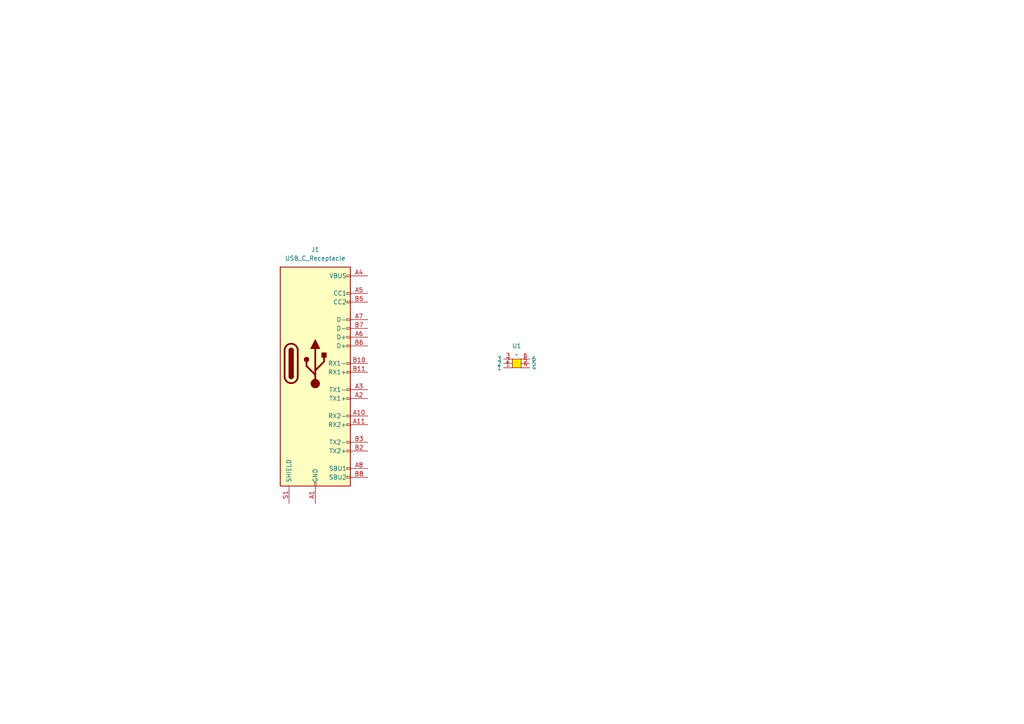
<source format=kicad_sch>
(kicad_sch
	(version 20231120)
	(generator "eeschema")
	(generator_version "8.0")
	(uuid "49411bc8-da58-461f-b34f-9d3d0be84f69")
	(paper "A4")
	(lib_symbols
		(symbol "Connector:USB_C_Receptacle"
			(pin_names
				(offset 1.016)
			)
			(exclude_from_sim no)
			(in_bom yes)
			(on_board yes)
			(property "Reference" "J"
				(at -10.16 29.21 0)
				(effects
					(font
						(size 1.27 1.27)
					)
					(justify left)
				)
			)
			(property "Value" "USB_C_Receptacle"
				(at 10.16 29.21 0)
				(effects
					(font
						(size 1.27 1.27)
					)
					(justify right)
				)
			)
			(property "Footprint" ""
				(at 3.81 0 0)
				(effects
					(font
						(size 1.27 1.27)
					)
					(hide yes)
				)
			)
			(property "Datasheet" "https://www.usb.org/sites/default/files/documents/usb_type-c.zip"
				(at 3.81 0 0)
				(effects
					(font
						(size 1.27 1.27)
					)
					(hide yes)
				)
			)
			(property "Description" "USB Full-Featured Type-C Receptacle connector"
				(at 0 0 0)
				(effects
					(font
						(size 1.27 1.27)
					)
					(hide yes)
				)
			)
			(property "ki_keywords" "usb universal serial bus type-C full-featured"
				(at 0 0 0)
				(effects
					(font
						(size 1.27 1.27)
					)
					(hide yes)
				)
			)
			(property "ki_fp_filters" "USB*C*Receptacle*"
				(at 0 0 0)
				(effects
					(font
						(size 1.27 1.27)
					)
					(hide yes)
				)
			)
			(symbol "USB_C_Receptacle_0_0"
				(rectangle
					(start -0.254 -35.56)
					(end 0.254 -34.544)
					(stroke
						(width 0)
						(type default)
					)
					(fill
						(type none)
					)
				)
				(rectangle
					(start 10.16 -32.766)
					(end 9.144 -33.274)
					(stroke
						(width 0)
						(type default)
					)
					(fill
						(type none)
					)
				)
				(rectangle
					(start 10.16 -30.226)
					(end 9.144 -30.734)
					(stroke
						(width 0)
						(type default)
					)
					(fill
						(type none)
					)
				)
				(rectangle
					(start 10.16 -25.146)
					(end 9.144 -25.654)
					(stroke
						(width 0)
						(type default)
					)
					(fill
						(type none)
					)
				)
				(rectangle
					(start 10.16 -22.606)
					(end 9.144 -23.114)
					(stroke
						(width 0)
						(type default)
					)
					(fill
						(type none)
					)
				)
				(rectangle
					(start 10.16 -17.526)
					(end 9.144 -18.034)
					(stroke
						(width 0)
						(type default)
					)
					(fill
						(type none)
					)
				)
				(rectangle
					(start 10.16 -14.986)
					(end 9.144 -15.494)
					(stroke
						(width 0)
						(type default)
					)
					(fill
						(type none)
					)
				)
				(rectangle
					(start 10.16 -9.906)
					(end 9.144 -10.414)
					(stroke
						(width 0)
						(type default)
					)
					(fill
						(type none)
					)
				)
				(rectangle
					(start 10.16 -7.366)
					(end 9.144 -7.874)
					(stroke
						(width 0)
						(type default)
					)
					(fill
						(type none)
					)
				)
				(rectangle
					(start 10.16 -2.286)
					(end 9.144 -2.794)
					(stroke
						(width 0)
						(type default)
					)
					(fill
						(type none)
					)
				)
				(rectangle
					(start 10.16 0.254)
					(end 9.144 -0.254)
					(stroke
						(width 0)
						(type default)
					)
					(fill
						(type none)
					)
				)
				(rectangle
					(start 10.16 5.334)
					(end 9.144 4.826)
					(stroke
						(width 0)
						(type default)
					)
					(fill
						(type none)
					)
				)
				(rectangle
					(start 10.16 7.874)
					(end 9.144 7.366)
					(stroke
						(width 0)
						(type default)
					)
					(fill
						(type none)
					)
				)
				(rectangle
					(start 10.16 10.414)
					(end 9.144 9.906)
					(stroke
						(width 0)
						(type default)
					)
					(fill
						(type none)
					)
				)
				(rectangle
					(start 10.16 12.954)
					(end 9.144 12.446)
					(stroke
						(width 0)
						(type default)
					)
					(fill
						(type none)
					)
				)
				(rectangle
					(start 10.16 18.034)
					(end 9.144 17.526)
					(stroke
						(width 0)
						(type default)
					)
					(fill
						(type none)
					)
				)
				(rectangle
					(start 10.16 20.574)
					(end 9.144 20.066)
					(stroke
						(width 0)
						(type default)
					)
					(fill
						(type none)
					)
				)
				(rectangle
					(start 10.16 25.654)
					(end 9.144 25.146)
					(stroke
						(width 0)
						(type default)
					)
					(fill
						(type none)
					)
				)
			)
			(symbol "USB_C_Receptacle_0_1"
				(rectangle
					(start -10.16 27.94)
					(end 10.16 -35.56)
					(stroke
						(width 0.254)
						(type default)
					)
					(fill
						(type background)
					)
				)
				(arc
					(start -8.89 -3.81)
					(mid -6.985 -5.7067)
					(end -5.08 -3.81)
					(stroke
						(width 0.508)
						(type default)
					)
					(fill
						(type none)
					)
				)
				(arc
					(start -7.62 -3.81)
					(mid -6.985 -4.4423)
					(end -6.35 -3.81)
					(stroke
						(width 0.254)
						(type default)
					)
					(fill
						(type none)
					)
				)
				(arc
					(start -7.62 -3.81)
					(mid -6.985 -4.4423)
					(end -6.35 -3.81)
					(stroke
						(width 0.254)
						(type default)
					)
					(fill
						(type outline)
					)
				)
				(rectangle
					(start -7.62 -3.81)
					(end -6.35 3.81)
					(stroke
						(width 0.254)
						(type default)
					)
					(fill
						(type outline)
					)
				)
				(arc
					(start -6.35 3.81)
					(mid -6.985 4.4423)
					(end -7.62 3.81)
					(stroke
						(width 0.254)
						(type default)
					)
					(fill
						(type none)
					)
				)
				(arc
					(start -6.35 3.81)
					(mid -6.985 4.4423)
					(end -7.62 3.81)
					(stroke
						(width 0.254)
						(type default)
					)
					(fill
						(type outline)
					)
				)
				(arc
					(start -5.08 3.81)
					(mid -6.985 5.7067)
					(end -8.89 3.81)
					(stroke
						(width 0.508)
						(type default)
					)
					(fill
						(type none)
					)
				)
				(polyline
					(pts
						(xy -8.89 -3.81) (xy -8.89 3.81)
					)
					(stroke
						(width 0.508)
						(type default)
					)
					(fill
						(type none)
					)
				)
				(polyline
					(pts
						(xy -5.08 3.81) (xy -5.08 -3.81)
					)
					(stroke
						(width 0.508)
						(type default)
					)
					(fill
						(type none)
					)
				)
			)
			(symbol "USB_C_Receptacle_1_1"
				(circle
					(center -2.54 1.143)
					(radius 0.635)
					(stroke
						(width 0.254)
						(type default)
					)
					(fill
						(type outline)
					)
				)
				(circle
					(center 0 -5.842)
					(radius 1.27)
					(stroke
						(width 0)
						(type default)
					)
					(fill
						(type outline)
					)
				)
				(polyline
					(pts
						(xy 0 -5.842) (xy 0 4.318)
					)
					(stroke
						(width 0.508)
						(type default)
					)
					(fill
						(type none)
					)
				)
				(polyline
					(pts
						(xy 0 -3.302) (xy -2.54 -0.762) (xy -2.54 0.508)
					)
					(stroke
						(width 0.508)
						(type default)
					)
					(fill
						(type none)
					)
				)
				(polyline
					(pts
						(xy 0 -2.032) (xy 2.54 0.508) (xy 2.54 1.778)
					)
					(stroke
						(width 0.508)
						(type default)
					)
					(fill
						(type none)
					)
				)
				(polyline
					(pts
						(xy -1.27 4.318) (xy 0 6.858) (xy 1.27 4.318) (xy -1.27 4.318)
					)
					(stroke
						(width 0.254)
						(type default)
					)
					(fill
						(type outline)
					)
				)
				(rectangle
					(start 1.905 1.778)
					(end 3.175 3.048)
					(stroke
						(width 0.254)
						(type default)
					)
					(fill
						(type outline)
					)
				)
				(pin passive line
					(at 0 -40.64 90)
					(length 5.08)
					(name "GND"
						(effects
							(font
								(size 1.27 1.27)
							)
						)
					)
					(number "A1"
						(effects
							(font
								(size 1.27 1.27)
							)
						)
					)
				)
				(pin bidirectional line
					(at 15.24 -15.24 180)
					(length 5.08)
					(name "RX2-"
						(effects
							(font
								(size 1.27 1.27)
							)
						)
					)
					(number "A10"
						(effects
							(font
								(size 1.27 1.27)
							)
						)
					)
				)
				(pin bidirectional line
					(at 15.24 -17.78 180)
					(length 5.08)
					(name "RX2+"
						(effects
							(font
								(size 1.27 1.27)
							)
						)
					)
					(number "A11"
						(effects
							(font
								(size 1.27 1.27)
							)
						)
					)
				)
				(pin passive line
					(at 0 -40.64 90)
					(length 5.08) hide
					(name "GND"
						(effects
							(font
								(size 1.27 1.27)
							)
						)
					)
					(number "A12"
						(effects
							(font
								(size 1.27 1.27)
							)
						)
					)
				)
				(pin bidirectional line
					(at 15.24 -10.16 180)
					(length 5.08)
					(name "TX1+"
						(effects
							(font
								(size 1.27 1.27)
							)
						)
					)
					(number "A2"
						(effects
							(font
								(size 1.27 1.27)
							)
						)
					)
				)
				(pin bidirectional line
					(at 15.24 -7.62 180)
					(length 5.08)
					(name "TX1-"
						(effects
							(font
								(size 1.27 1.27)
							)
						)
					)
					(number "A3"
						(effects
							(font
								(size 1.27 1.27)
							)
						)
					)
				)
				(pin passive line
					(at 15.24 25.4 180)
					(length 5.08)
					(name "VBUS"
						(effects
							(font
								(size 1.27 1.27)
							)
						)
					)
					(number "A4"
						(effects
							(font
								(size 1.27 1.27)
							)
						)
					)
				)
				(pin bidirectional line
					(at 15.24 20.32 180)
					(length 5.08)
					(name "CC1"
						(effects
							(font
								(size 1.27 1.27)
							)
						)
					)
					(number "A5"
						(effects
							(font
								(size 1.27 1.27)
							)
						)
					)
				)
				(pin bidirectional line
					(at 15.24 7.62 180)
					(length 5.08)
					(name "D+"
						(effects
							(font
								(size 1.27 1.27)
							)
						)
					)
					(number "A6"
						(effects
							(font
								(size 1.27 1.27)
							)
						)
					)
				)
				(pin bidirectional line
					(at 15.24 12.7 180)
					(length 5.08)
					(name "D-"
						(effects
							(font
								(size 1.27 1.27)
							)
						)
					)
					(number "A7"
						(effects
							(font
								(size 1.27 1.27)
							)
						)
					)
				)
				(pin bidirectional line
					(at 15.24 -30.48 180)
					(length 5.08)
					(name "SBU1"
						(effects
							(font
								(size 1.27 1.27)
							)
						)
					)
					(number "A8"
						(effects
							(font
								(size 1.27 1.27)
							)
						)
					)
				)
				(pin passive line
					(at 15.24 25.4 180)
					(length 5.08) hide
					(name "VBUS"
						(effects
							(font
								(size 1.27 1.27)
							)
						)
					)
					(number "A9"
						(effects
							(font
								(size 1.27 1.27)
							)
						)
					)
				)
				(pin passive line
					(at 0 -40.64 90)
					(length 5.08) hide
					(name "GND"
						(effects
							(font
								(size 1.27 1.27)
							)
						)
					)
					(number "B1"
						(effects
							(font
								(size 1.27 1.27)
							)
						)
					)
				)
				(pin bidirectional line
					(at 15.24 0 180)
					(length 5.08)
					(name "RX1-"
						(effects
							(font
								(size 1.27 1.27)
							)
						)
					)
					(number "B10"
						(effects
							(font
								(size 1.27 1.27)
							)
						)
					)
				)
				(pin bidirectional line
					(at 15.24 -2.54 180)
					(length 5.08)
					(name "RX1+"
						(effects
							(font
								(size 1.27 1.27)
							)
						)
					)
					(number "B11"
						(effects
							(font
								(size 1.27 1.27)
							)
						)
					)
				)
				(pin passive line
					(at 0 -40.64 90)
					(length 5.08) hide
					(name "GND"
						(effects
							(font
								(size 1.27 1.27)
							)
						)
					)
					(number "B12"
						(effects
							(font
								(size 1.27 1.27)
							)
						)
					)
				)
				(pin bidirectional line
					(at 15.24 -25.4 180)
					(length 5.08)
					(name "TX2+"
						(effects
							(font
								(size 1.27 1.27)
							)
						)
					)
					(number "B2"
						(effects
							(font
								(size 1.27 1.27)
							)
						)
					)
				)
				(pin bidirectional line
					(at 15.24 -22.86 180)
					(length 5.08)
					(name "TX2-"
						(effects
							(font
								(size 1.27 1.27)
							)
						)
					)
					(number "B3"
						(effects
							(font
								(size 1.27 1.27)
							)
						)
					)
				)
				(pin passive line
					(at 15.24 25.4 180)
					(length 5.08) hide
					(name "VBUS"
						(effects
							(font
								(size 1.27 1.27)
							)
						)
					)
					(number "B4"
						(effects
							(font
								(size 1.27 1.27)
							)
						)
					)
				)
				(pin bidirectional line
					(at 15.24 17.78 180)
					(length 5.08)
					(name "CC2"
						(effects
							(font
								(size 1.27 1.27)
							)
						)
					)
					(number "B5"
						(effects
							(font
								(size 1.27 1.27)
							)
						)
					)
				)
				(pin bidirectional line
					(at 15.24 5.08 180)
					(length 5.08)
					(name "D+"
						(effects
							(font
								(size 1.27 1.27)
							)
						)
					)
					(number "B6"
						(effects
							(font
								(size 1.27 1.27)
							)
						)
					)
				)
				(pin bidirectional line
					(at 15.24 10.16 180)
					(length 5.08)
					(name "D-"
						(effects
							(font
								(size 1.27 1.27)
							)
						)
					)
					(number "B7"
						(effects
							(font
								(size 1.27 1.27)
							)
						)
					)
				)
				(pin bidirectional line
					(at 15.24 -33.02 180)
					(length 5.08)
					(name "SBU2"
						(effects
							(font
								(size 1.27 1.27)
							)
						)
					)
					(number "B8"
						(effects
							(font
								(size 1.27 1.27)
							)
						)
					)
				)
				(pin passive line
					(at 15.24 25.4 180)
					(length 5.08) hide
					(name "VBUS"
						(effects
							(font
								(size 1.27 1.27)
							)
						)
					)
					(number "B9"
						(effects
							(font
								(size 1.27 1.27)
							)
						)
					)
				)
				(pin passive line
					(at -7.62 -40.64 90)
					(length 5.08)
					(name "SHIELD"
						(effects
							(font
								(size 1.27 1.27)
							)
						)
					)
					(number "S1"
						(effects
							(font
								(size 1.27 1.27)
							)
						)
					)
				)
			)
		)
		(symbol "Converter_DCDC:WDFN-6"
			(exclude_from_sim no)
			(in_bom yes)
			(on_board yes)
			(property "Reference" "U"
				(at 0 0 0)
				(effects
					(font
						(size 1.27 1.27)
					)
				)
			)
			(property "Value" ""
				(at 0 0 0)
				(effects
					(font
						(size 1.27 1.27)
					)
				)
			)
			(property "Footprint" ""
				(at 0 0 0)
				(effects
					(font
						(size 1.27 1.27)
					)
					(hide yes)
				)
			)
			(property "Datasheet" ""
				(at 0 0 0)
				(effects
					(font
						(size 1.27 1.27)
					)
					(hide yes)
				)
			)
			(property "Description" ""
				(at 0 0 0)
				(effects
					(font
						(size 1.27 1.27)
					)
					(hide yes)
				)
			)
			(symbol "WDFN-6_1_1"
				(rectangle
					(start -1.27 1.27)
					(end 1.27 -1.27)
					(stroke
						(width 0)
						(type default)
					)
					(fill
						(type color)
						(color 255 233 3 1)
					)
				)
				(pin unspecified line
					(at 1.27 1.27 0)
					(length 2.54)
					(name "1"
						(effects
							(font
								(size 1.27 1.27)
							)
						)
					)
					(number "1"
						(effects
							(font
								(size 1.27 1.27)
							)
						)
					)
				)
				(pin unspecified line
					(at 1.27 0 0)
					(length 2.54)
					(name "2"
						(effects
							(font
								(size 1.27 1.27)
							)
						)
					)
					(number "2"
						(effects
							(font
								(size 1.27 1.27)
							)
						)
					)
				)
				(pin unspecified line
					(at 1.27 -1.27 0)
					(length 2.54)
					(name "3"
						(effects
							(font
								(size 1.27 1.27)
							)
						)
					)
					(number "3"
						(effects
							(font
								(size 1.27 1.27)
							)
						)
					)
				)
				(pin unspecified line
					(at -1.27 1.27 180)
					(length 2.54)
					(name "4"
						(effects
							(font
								(size 1.27 1.27)
							)
						)
					)
					(number "4"
						(effects
							(font
								(size 1.27 1.27)
							)
						)
					)
				)
				(pin unspecified line
					(at -1.27 0 180)
					(length 2.54)
					(name "5"
						(effects
							(font
								(size 1.27 1.27)
							)
						)
					)
					(number "5"
						(effects
							(font
								(size 1.27 1.27)
							)
						)
					)
				)
				(pin unspecified line
					(at -1.27 -1.27 180)
					(length 2.54)
					(name "6"
						(effects
							(font
								(size 1.27 1.27)
							)
						)
					)
					(number "6"
						(effects
							(font
								(size 1.27 1.27)
							)
						)
					)
				)
			)
		)
	)
	(symbol
		(lib_id "Connector:USB_C_Receptacle")
		(at 91.44 105.41 0)
		(unit 1)
		(exclude_from_sim no)
		(in_bom yes)
		(on_board yes)
		(dnp no)
		(fields_autoplaced yes)
		(uuid "1591e336-7271-427e-aba8-f16ad900b12d")
		(property "Reference" "J1"
			(at 91.44 72.39 0)
			(effects
				(font
					(size 1.27 1.27)
				)
			)
		)
		(property "Value" "USB_C_Receptacle"
			(at 91.44 74.93 0)
			(effects
				(font
					(size 1.27 1.27)
				)
			)
		)
		(property "Footprint" "Connector_USB:USB_C_Receptacle_G-Switch_GT-USB-7010ASV"
			(at 95.25 105.41 0)
			(effects
				(font
					(size 1.27 1.27)
				)
				(hide yes)
			)
		)
		(property "Datasheet" "https://www.usb.org/sites/default/files/documents/usb_type-c.zip"
			(at 95.25 105.41 0)
			(effects
				(font
					(size 1.27 1.27)
				)
				(hide yes)
			)
		)
		(property "Description" "USB Full-Featured Type-C Receptacle connector"
			(at 91.44 105.41 0)
			(effects
				(font
					(size 1.27 1.27)
				)
				(hide yes)
			)
		)
		(pin "S1"
			(uuid "539d7390-15c1-45f4-9601-e48c979626a6")
		)
		(pin "A5"
			(uuid "8ffb83cd-f15a-45bb-af85-a1c7aa6b6d0b")
		)
		(pin "A7"
			(uuid "bee6682c-6662-48f9-a93f-f9a9802877fd")
		)
		(pin "A6"
			(uuid "39981557-c0a7-4f82-9d80-8c0e668a7754")
		)
		(pin "A4"
			(uuid "a3015fcc-a51b-42b5-b3c0-355051843a13")
		)
		(pin "B11"
			(uuid "ddadbb0f-9408-4ac3-9681-a1727ea36bc9")
		)
		(pin "A11"
			(uuid "782c78cc-64dc-43e1-839e-f55211efd905")
		)
		(pin "A12"
			(uuid "6ecf1b5e-300f-43ed-8c09-0229ac2b2d8f")
		)
		(pin "B3"
			(uuid "c891f0d4-efa7-44d0-9a47-3d4f93b99f2e")
		)
		(pin "A3"
			(uuid "b6c7377d-fa62-4893-a1ba-b821b03d8751")
		)
		(pin "A2"
			(uuid "6cdb24f8-3d0a-43fd-8dce-76b852ea98ab")
		)
		(pin "B1"
			(uuid "92850884-4e05-4f67-9dea-14ee7ac7267b")
		)
		(pin "B2"
			(uuid "991f3465-68a0-486f-900f-8a6c49f5c39b")
		)
		(pin "B7"
			(uuid "3c4c0279-fc7c-4397-954a-96b3902415f7")
		)
		(pin "B9"
			(uuid "9cf30770-e4db-48d7-9fcd-240456d9c6d2")
		)
		(pin "B10"
			(uuid "2349926c-6633-44ea-87cb-765db50ff5dc")
		)
		(pin "B8"
			(uuid "5eae8246-5e05-43f5-9e73-b1eb7902ee2d")
		)
		(pin "A9"
			(uuid "53fec4bd-fa15-441a-bc96-4506480e7675")
		)
		(pin "B5"
			(uuid "ebde7430-7f6f-4098-b01f-ee35538ed062")
		)
		(pin "A1"
			(uuid "a73f5afe-1cfb-45ae-85b7-701f9ecdf93a")
		)
		(pin "B12"
			(uuid "316a9b5e-f147-4c37-9e42-a957a026d87c")
		)
		(pin "A10"
			(uuid "f08d7727-5e33-4e54-95a4-7340adeb2a7b")
		)
		(pin "A8"
			(uuid "112cb346-890d-4470-acdf-0941efe7949f")
		)
		(pin "B6"
			(uuid "87abfdad-961f-4d48-904e-d1676858cabc")
		)
		(pin "B4"
			(uuid "4022c4d3-8e46-4ded-a246-4d7cfc8f2fbc")
		)
		(instances
			(project ""
				(path "/49411bc8-da58-461f-b34f-9d3d0be84f69"
					(reference "J1")
					(unit 1)
				)
			)
		)
	)
	(symbol
		(lib_id "Converter_DCDC:WDFN-6")
		(at 149.86 105.41 180)
		(unit 1)
		(exclude_from_sim no)
		(in_bom yes)
		(on_board yes)
		(dnp no)
		(fields_autoplaced yes)
		(uuid "8f89fc79-4d01-4fda-918f-fa1b151b13f1")
		(property "Reference" "U1"
			(at 149.86 100.33 0)
			(effects
				(font
					(size 1.27 1.27)
				)
			)
		)
		(property "Value" "~"
			(at 149.86 102.87 0)
			(effects
				(font
					(size 1.27 1.27)
				)
			)
		)
		(property "Footprint" "trigger:SON65P200X200X80-7N"
			(at 149.86 105.41 0)
			(effects
				(font
					(size 1.27 1.27)
				)
				(hide yes)
			)
		)
		(property "Datasheet" ""
			(at 149.86 105.41 0)
			(effects
				(font
					(size 1.27 1.27)
				)
				(hide yes)
			)
		)
		(property "Description" ""
			(at 149.86 105.41 0)
			(effects
				(font
					(size 1.27 1.27)
				)
				(hide yes)
			)
		)
		(pin "2"
			(uuid "9395a9e8-4d64-4c46-99dd-9e9c3a85d022")
		)
		(pin "6"
			(uuid "9d371e40-fe54-43b9-ae56-97d8fa4823aa")
		)
		(pin "5"
			(uuid "648cd30a-4b1f-490e-bfde-bb0988670d06")
		)
		(pin "3"
			(uuid "3916c1c0-45de-4164-af76-f331ad34fbaf")
		)
		(pin "4"
			(uuid "b4de54d8-ef5d-4ca7-8b25-10b093ffe267")
		)
		(pin "1"
			(uuid "b7b25e95-24d7-4dd2-ae92-d84a5592154e")
		)
		(instances
			(project ""
				(path "/49411bc8-da58-461f-b34f-9d3d0be84f69"
					(reference "U1")
					(unit 1)
				)
			)
		)
	)
	(sheet_instances
		(path "/"
			(page "1")
		)
	)
)

</source>
